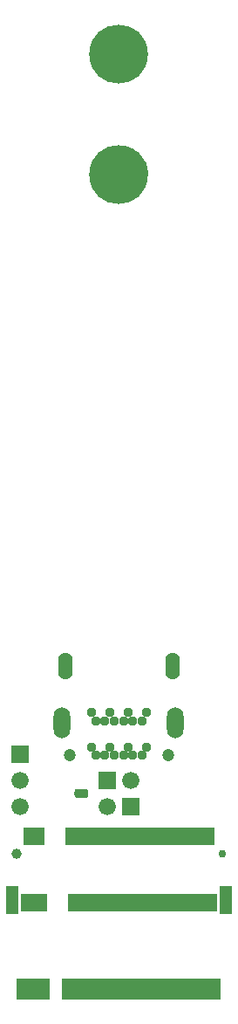
<source format=gts>
G04*
G04 #@! TF.GenerationSoftware,Altium Limited,Altium Designer,24.5.2 (23)*
G04*
G04 Layer_Color=8388736*
%FSLAX44Y44*%
%MOMM*%
G71*
G04*
G04 #@! TF.SameCoordinates,B7296A9B-97E8-4630-929D-2966843682D6*
G04*
G04*
G04 #@! TF.FilePolarity,Negative*
G04*
G01*
G75*
%ADD15R,0.3500X1.4500*%
%ADD18R,15.4500X2.0000*%
%ADD19R,3.2005X2.0000*%
%ADD20R,0.6032X0.6032*%
%ADD21R,1.2480X2.7980*%
%ADD22R,0.5032X1.7532*%
%ADD23R,1.6764X1.6764*%
%ADD24C,1.6764*%
%ADD25C,5.7032*%
%ADD26O,1.4112X2.6192*%
%ADD27O,1.6112X3.0192*%
%ADD28C,0.9532*%
%ADD29C,1.2032*%
%ADD30C,1.0032*%
%ADD31C,0.7532*%
G36*
X112243Y828500D02*
X116674Y827798D01*
X120940Y826412D01*
X124937Y824376D01*
X128567Y821739D01*
X131739Y818567D01*
X134375Y814937D01*
X136412Y810940D01*
X137798Y806674D01*
X138500Y802243D01*
X138500Y800000D01*
X127500Y800000D01*
X127416Y801715D01*
X126747Y805080D01*
X125434Y808250D01*
X123528Y811102D01*
X121102Y813528D01*
X118249Y815434D01*
X115080Y816747D01*
X111715Y817416D01*
X108285Y817416D01*
X104920Y816747D01*
X101750Y815434D01*
X98898Y813528D01*
X96472Y811102D01*
X94566Y808249D01*
X93253Y805080D01*
X92584Y801715D01*
X92500Y800000D01*
X92500Y800000D01*
X81500Y800000D01*
X81500Y802243D01*
X82202Y806674D01*
X83588Y810940D01*
X85625Y814937D01*
X88261Y818567D01*
X91433Y821739D01*
X95063Y824376D01*
X99060Y826412D01*
X103326Y827798D01*
X107757Y828500D01*
X112243Y828500D01*
D02*
G37*
G36*
X78818Y204014D02*
X78883Y204009D01*
X78884Y204009D01*
X78886Y204009D01*
X78948Y203997D01*
X79014Y203983D01*
X79015Y203983D01*
X79016Y203983D01*
X79074Y203963D01*
X79140Y203941D01*
X79141Y203940D01*
X79142Y203939D01*
X79199Y203912D01*
X79259Y203882D01*
X79260Y203881D01*
X79262Y203880D01*
X79317Y203843D01*
X79370Y203808D01*
X79371Y203807D01*
X79372Y203806D01*
X79424Y203760D01*
X79470Y203720D01*
X79471Y203719D01*
X79472Y203718D01*
X79518Y203665D01*
X79558Y203620D01*
X79559Y203619D01*
X79560Y203617D01*
X79598Y203560D01*
X79632Y203509D01*
X79632Y203508D01*
X79633Y203506D01*
X79663Y203445D01*
X79691Y203390D01*
X79691Y203388D01*
X79692Y203387D01*
X79985Y202673D01*
X79995Y202642D01*
X80008Y202612D01*
X80017Y202579D01*
X80028Y202547D01*
X80034Y202515D01*
X80042Y202483D01*
X80341Y200969D01*
X80345Y200936D01*
X80351Y200905D01*
X80354Y200871D01*
X80358Y200837D01*
X80358Y200804D01*
X80360Y200772D01*
X80360Y199228D01*
X80358Y199196D01*
X80358Y199163D01*
X80354Y199129D01*
X80351Y199095D01*
X80345Y199063D01*
X80341Y199031D01*
X80042Y197517D01*
X80034Y197485D01*
X80027Y197453D01*
X80017Y197421D01*
X80008Y197388D01*
X79995Y197358D01*
X79985Y197327D01*
X79692Y196613D01*
X79691Y196612D01*
X79691Y196610D01*
X79660Y196548D01*
X79633Y196494D01*
X79633Y196492D01*
X79632Y196491D01*
X79594Y196434D01*
X79560Y196383D01*
X79559Y196381D01*
X79558Y196380D01*
X79514Y196331D01*
X79472Y196282D01*
X79471Y196281D01*
X79470Y196280D01*
X79420Y196236D01*
X79372Y196194D01*
X79371Y196193D01*
X79370Y196192D01*
X79313Y196154D01*
X79262Y196120D01*
X79260Y196119D01*
X79259Y196118D01*
X79195Y196087D01*
X79142Y196061D01*
X79141Y196060D01*
X79140Y196059D01*
X79071Y196036D01*
X79016Y196017D01*
X79015Y196017D01*
X79014Y196017D01*
X78946Y196003D01*
X78886Y195991D01*
X78884Y195991D01*
X78883Y195991D01*
X78818Y195986D01*
X78753Y195982D01*
X78752Y195982D01*
X78750Y195982D01*
X74500Y195982D01*
X74367Y195991D01*
X74236Y196017D01*
X74110Y196059D01*
X73991Y196118D01*
X73880Y196192D01*
X73780Y196280D01*
X73692Y196380D01*
X73618Y196491D01*
X73559Y196610D01*
X73517Y196737D01*
X73500Y196819D01*
X73484Y196737D01*
X73441Y196610D01*
X73382Y196491D01*
X73308Y196380D01*
X73220Y196280D01*
X73120Y196192D01*
X73009Y196118D01*
X72890Y196059D01*
X72764Y196017D01*
X72633Y195991D01*
X72500Y195982D01*
X68250Y195982D01*
X68249Y195982D01*
X68247Y195982D01*
X68182Y195986D01*
X68117Y195991D01*
X68116Y195991D01*
X68114Y195991D01*
X68052Y196003D01*
X67986Y196017D01*
X67985Y196017D01*
X67983Y196017D01*
X67927Y196037D01*
X67860Y196059D01*
X67859Y196060D01*
X67857Y196061D01*
X67801Y196088D01*
X67741Y196118D01*
X67740Y196119D01*
X67738Y196120D01*
X67683Y196157D01*
X67630Y196192D01*
X67629Y196193D01*
X67628Y196194D01*
X67576Y196240D01*
X67530Y196280D01*
X67529Y196281D01*
X67528Y196282D01*
X67481Y196335D01*
X67442Y196380D01*
X67441Y196381D01*
X67440Y196383D01*
X67402Y196440D01*
X67368Y196491D01*
X67368Y196492D01*
X67367Y196494D01*
X67337Y196555D01*
X67309Y196610D01*
X67309Y196612D01*
X67308Y196613D01*
X67015Y197327D01*
X67004Y197358D01*
X66992Y197388D01*
X66983Y197421D01*
X66972Y197453D01*
X66966Y197485D01*
X66958Y197517D01*
X66659Y199031D01*
X66655Y199064D01*
X66649Y199095D01*
X66646Y199129D01*
X66642Y199163D01*
X66642Y199196D01*
X66640Y199228D01*
X66640Y200772D01*
X66642Y200804D01*
X66642Y200837D01*
X66646Y200871D01*
X66649Y200905D01*
X66655Y200937D01*
X66659Y200969D01*
X66958Y202483D01*
X66966Y202515D01*
X66972Y202547D01*
X66983Y202579D01*
X66992Y202612D01*
X67004Y202642D01*
X67015Y202673D01*
X67308Y203387D01*
X67309Y203388D01*
X67309Y203390D01*
X67338Y203448D01*
X67367Y203506D01*
X67368Y203508D01*
X67368Y203509D01*
X67405Y203564D01*
X67440Y203617D01*
X67441Y203619D01*
X67442Y203620D01*
X67485Y203669D01*
X67528Y203718D01*
X67529Y203719D01*
X67530Y203720D01*
X67581Y203765D01*
X67628Y203806D01*
X67629Y203807D01*
X67630Y203808D01*
X67689Y203847D01*
X67738Y203880D01*
X67740Y203881D01*
X67741Y203882D01*
X67809Y203915D01*
X67857Y203939D01*
X67859Y203940D01*
X67860Y203941D01*
X67934Y203966D01*
X67983Y203983D01*
X67985Y203983D01*
X67986Y203983D01*
X68060Y203998D01*
X68114Y204009D01*
X68115Y204009D01*
X68117Y204009D01*
X68190Y204014D01*
X68247Y204018D01*
X68248Y204018D01*
X68250Y204018D01*
X72500Y204018D01*
X72633Y204009D01*
X72764Y203983D01*
X72890Y203941D01*
X73009Y203882D01*
X73120Y203808D01*
X73220Y203720D01*
X73308Y203620D01*
X73382Y203509D01*
X73441Y203390D01*
X73484Y203263D01*
X73500Y203181D01*
X73517Y203263D01*
X73559Y203390D01*
X73618Y203509D01*
X73692Y203620D01*
X73780Y203720D01*
X73880Y203808D01*
X73991Y203882D01*
X74110Y203941D01*
X74236Y203983D01*
X74367Y204009D01*
X74500Y204018D01*
X78750D01*
X78752Y204018D01*
X78753Y204018D01*
X78818Y204014D01*
D02*
G37*
D15*
X202499Y12750D02*
D03*
X197500D02*
D03*
X192499D02*
D03*
X187500D02*
D03*
X182499D02*
D03*
X177500D02*
D03*
X172499D02*
D03*
X167500D02*
D03*
X162499D02*
D03*
X157500D02*
D03*
X152499D02*
D03*
X147501D02*
D03*
X142499D02*
D03*
X137501D02*
D03*
X132499D02*
D03*
X127501D02*
D03*
X122499D02*
D03*
X117501D02*
D03*
X112499D02*
D03*
X107501D02*
D03*
X102499D02*
D03*
X97501D02*
D03*
X92499D02*
D03*
X87501D02*
D03*
X82499D02*
D03*
X77501D02*
D03*
X72499D02*
D03*
X67501D02*
D03*
X62499D02*
D03*
X37501D02*
D03*
X32499D02*
D03*
X27501D02*
D03*
X22499D02*
D03*
X17501D02*
D03*
D18*
X132000Y10000D02*
D03*
D19*
X26748D02*
D03*
D20*
X76500Y200000D02*
D03*
X70500D02*
D03*
D21*
X6240Y96250D02*
D03*
X213756Y96250D02*
D03*
D22*
X17756Y94000D02*
D03*
X20256Y158500D02*
D03*
X22756Y94000D02*
D03*
X25256Y158500D02*
D03*
X27756Y94000D02*
D03*
X30256Y158500D02*
D03*
X32756Y94000D02*
D03*
X35256Y158500D02*
D03*
X37756Y94000D02*
D03*
X60256Y158500D02*
D03*
X62756Y94000D02*
D03*
X65256Y158500D02*
D03*
X67756Y94000D02*
D03*
X70256Y158500D02*
D03*
X72756Y94000D02*
D03*
X75256Y158500D02*
D03*
X77756Y94000D02*
D03*
X80256Y158500D02*
D03*
X82756Y94000D02*
D03*
X85256Y158500D02*
D03*
X87756Y94000D02*
D03*
X90256Y158500D02*
D03*
X92756Y94000D02*
D03*
X95256Y158500D02*
D03*
X97756Y94000D02*
D03*
X100256Y158500D02*
D03*
X102756Y94000D02*
D03*
X105256Y158500D02*
D03*
X107756Y94000D02*
D03*
X110256Y158500D02*
D03*
X112756Y94000D02*
D03*
X115256Y158500D02*
D03*
X117756Y94000D02*
D03*
X120256Y158500D02*
D03*
X122756Y94000D02*
D03*
X125256Y158500D02*
D03*
X127756Y94000D02*
D03*
X130256Y158500D02*
D03*
X132756Y94000D02*
D03*
X135256Y158500D02*
D03*
X137756Y94000D02*
D03*
X140256Y158500D02*
D03*
X142756Y94000D02*
D03*
X145256Y158500D02*
D03*
X147756Y94000D02*
D03*
X150256Y158500D02*
D03*
X152756Y94000D02*
D03*
X155256Y158500D02*
D03*
X157756Y94000D02*
D03*
X160256Y158500D02*
D03*
X162756Y94000D02*
D03*
X165256Y158500D02*
D03*
X167756Y94000D02*
D03*
X170256Y158500D02*
D03*
X172756Y94000D02*
D03*
X175256Y158500D02*
D03*
X177756Y94000D02*
D03*
X180256Y158500D02*
D03*
X182756Y94000D02*
D03*
X185256Y158500D02*
D03*
X187756Y94000D02*
D03*
X190256Y158500D02*
D03*
X192756Y94000D02*
D03*
X195256Y158500D02*
D03*
X197756Y94000D02*
D03*
X200256Y158500D02*
D03*
X202756Y94000D02*
D03*
D23*
X121250Y187100D02*
D03*
X98750Y212500D02*
D03*
X13966Y237800D02*
D03*
D24*
X98750Y187100D02*
D03*
X121250Y212500D02*
D03*
X13966Y212400D02*
D03*
Y187000D02*
D03*
D25*
X110000Y800000D02*
D03*
Y917250D02*
D03*
D26*
X58000Y323250D02*
D03*
X162000D02*
D03*
D27*
X165000Y268250D02*
D03*
X55000D02*
D03*
D28*
X83000Y278250D02*
D03*
X101000D02*
D03*
X119000D02*
D03*
X137000D02*
D03*
X132500Y270250D02*
D03*
X123500D02*
D03*
X87500D02*
D03*
X96500D02*
D03*
X105500D02*
D03*
X114500D02*
D03*
X83000Y244750D02*
D03*
X101000D02*
D03*
X119000D02*
D03*
X137000D02*
D03*
X132500Y236750D02*
D03*
X123500D02*
D03*
X87500D02*
D03*
X96500D02*
D03*
X105500D02*
D03*
X114500D02*
D03*
D29*
X62500D02*
D03*
X157500D02*
D03*
D30*
X10256Y141250D02*
D03*
D31*
X210256D02*
D03*
M02*

</source>
